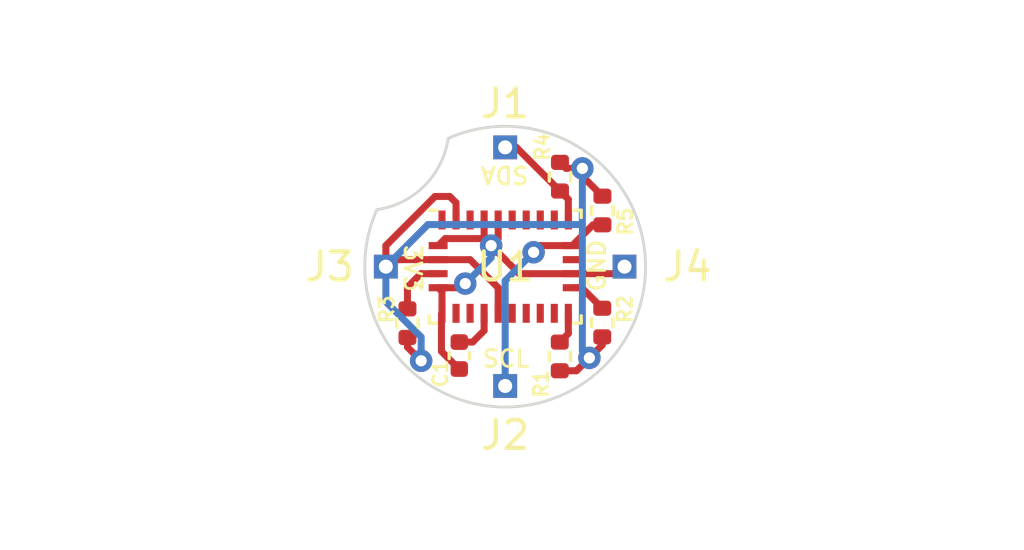
<source format=kicad_pcb>
(kicad_pcb (version 20221018) (generator pcbnew)
  (title_block (title "BNO085-I2C Interface Board") (date "2023-06-27") (comment 1 "Author: Toby Godfrey"))
  (layers (0 "F.Cu" signal) (31 "B.Cu" signal) (34 "B.Paste" user) (35 "F.Paste" user) (36 "B.SilkS" user "B.Silkscreen") (37 "F.SilkS" user "F.Silkscreen") (38 "B.Mask" user) (39 "F.Mask" user) (44 "Edge.Cuts" user))
  (net 0 "")
  (net 1 "Net-(U1-CAP)")
  (net 2 "GND")
  (net 3 "Net-(J1-Pin_1)")
  (net 4 "Net-(J2-Pin_1)")
  (net 5 "+3.3V")
  (net 6 "Net-(U1-ENV_SCL)")
  (net 7 "Net-(U1-ENV_SDA)")
  (net 8 "Net-(U1-BOOTN)")
  (footprint "Resistor_SMD:R_0402_1005Metric" (layer "F.Cu") (at 170.96343 95.5 -90)
    (fp_text reference "R5" (at 0.39736 -0.817575 90) (layer "F.SilkS") (effects (font (size 0.5 0.5) (thickness 0.1) bold)))
    (fp_text value "2.2k")
    (fp_line (start -0.153641 -0.38) (end 0.153641 -0.38) (stroke (width 0.12)) (layer "F.SilkS"))
    (fp_line (start -0.153641 0.38) (end 0.153641 0.38) (stroke (width 0.12)) (layer "F.SilkS"))
    (pad "1" smd roundrect (at -0.51 0 270) (size 0.54 0.64) (layers "F.Cu" "F.Paste" "F.Mask") (net 5 "+3.3V"))
    (pad "2" smd roundrect (at 0.51 0 270) (size 0.54 0.64) (layers "F.Cu" "F.Paste" "F.Mask") (net 4 "Net-(J2-Pin_1)"))
  )
  (footprint "Capacitor_SMD:C_0402_1005Metric" (layer "F.Cu") (at 165.866101 100.666347 -90)
    (fp_text reference "C1" (at 0.644883 0.67302 90) (layer "F.SilkS") (effects (font (size 0.5 0.5) (thickness 0.1) bold)))
    (fp_text value "0.1uF")
    (fp_line (start -0.107836 -0.36) (end 0.107836 -0.36) (stroke (width 0.12)) (layer "F.SilkS"))
    (fp_line (start -0.107836 0.36) (end 0.107836 0.36) (stroke (width 0.12)) (layer "F.SilkS"))
    (pad "1" smd roundrect (at -0.48 0 270) (size 0.56 0.62) (layers "F.Cu" "F.Paste" "F.Mask") (net 1 "Net-(U1-CAP)"))
    (pad "2" smd roundrect (at 0.48 0 270) (size 0.56 0.62) (layers "F.Cu" "F.Paste" "F.Mask") (net 2 "GND"))
  )
  (footprint "Resistor_SMD:R_0402_1005Metric" (layer "F.Cu") (at 170.95774 99.491381 -90)
    (fp_text reference "R2" (at -0.478341 -0.804456 90) (layer "F.SilkS") (effects (font (size 0.5 0.5) (thickness 0.1) bold)))
    (fp_text value "2.2k")
    (fp_line (start -0.153641 -0.38) (end 0.153641 -0.38) (stroke (width 0.12)) (layer "F.SilkS"))
    (fp_line (start -0.153641 0.38) (end 0.153641 0.38) (stroke (width 0.12)) (layer "F.SilkS"))
    (pad "1" smd roundrect (at -0.51 0 270) (size 0.54 0.64) (layers "F.Cu" "F.Paste" "F.Mask") (net 7 "Net-(U1-ENV_SDA)"))
    (pad "2" smd roundrect (at 0.51 0 270) (size 0.54 0.64) (layers "F.Cu" "F.Paste" "F.Mask") (net 5 "+3.3V"))
  )
  (footprint "Connector_PinHeader_1.00mm:PinHeader_1x01_P1.00mm_Vertical" (layer "F.Cu") (at 171.75 97.5)
    (fp_text reference "J4" (at 2.25 0) (layer "F.SilkS"))
    (fp_text value "Conn_01x01_Pin")
    (pad "1" thru_hole rect (at 0 0) (size 0.85 0.85) (drill 0.5) (layers "*.Cu" "*.Mask") (net 2 "GND"))
  )
  (footprint "Resistor_SMD:R_0402_1005Metric" (layer "F.Cu") (at 164.019054 99.512703 -90)
    (fp_text reference "R3" (at -0.494415 0.737816 90) (layer "F.SilkS") (effects (font (size 0.5 0.5) (thickness 0.1) bold)))
    (fp_text value "10k")
    (fp_line (start -0.153641 -0.38) (end 0.153641 -0.38) (stroke (width 0.12)) (layer "F.SilkS"))
    (fp_line (start -0.153641 0.38) (end 0.153641 0.38) (stroke (width 0.12)) (layer "F.SilkS"))
    (pad "1" smd roundrect (at -0.51 0 270) (size 0.54 0.64) (layers "F.Cu" "F.Paste" "F.Mask") (net 8 "Net-(U1-BOOTN)"))
    (pad "2" smd roundrect (at 0.51 0 270) (size 0.54 0.64) (layers "F.Cu" "F.Paste" "F.Mask") (net 5 "+3.3V"))
  )
  (footprint "Resistor_SMD:R_0402_1005Metric" (layer "F.Cu") (at 169.445121 100.697561 90)
    (fp_text reference "R1" (at -0.972582 -0.662902 90) (layer "F.SilkS") (effects (font (size 0.5 0.5) (thickness 0.1) bold)))
    (fp_text value "2.2k")
    (fp_line (start -0.153641 -0.38) (end 0.153641 -0.38) (stroke (width 0.12)) (layer "F.SilkS"))
    (fp_line (start -0.153641 0.38) (end 0.153641 0.38) (stroke (width 0.12)) (layer "F.SilkS"))
    (pad "1" smd roundrect (at -0.51 0 90) (size 0.54 0.64) (layers "F.Cu" "F.Paste" "F.Mask") (net 5 "+3.3V"))
    (pad "2" smd roundrect (at 0.51 0 90) (size 0.54 0.64) (layers "F.Cu" "F.Paste" "F.Mask") (net 6 "Net-(U1-ENV_SCL)"))
  )
  (footprint "Connector_PinHeader_1.00mm:PinHeader_1x01_P1.00mm_Vertical" (layer "F.Cu") (at 167.5 93.25)
    (fp_text reference "J1" (at 0 -1.56) (layer "F.SilkS"))
    (fp_text value "Conn_01x01_Pin")
    (pad "1" thru_hole rect (at 0 0) (size 0.85 0.85) (drill 0.5) (layers "*.Cu" "*.Mask") (net 3 "Net-(J1-Pin_1)"))
  )
  (footprint "Package_LGA:LGA-28_5.2x3.8mm_P0.5mm" (layer "F.Cu") (at 167.5 97.5)
    (fp_text reference "U1" (at 0 0) (layer "F.SilkS"))
    (fp_text value "~")
    (fp_line (start -2.71 -2.01) (end -2.45 -2.01) (stroke (width 0.12)) (layer "F.SilkS"))
    (fp_line (start -2.71 2.01) (end -2.71 1.75) (stroke (width 0.12)) (layer "F.SilkS"))
    (fp_line (start -2.71 2.01) (end -2.45 2.01) (stroke (width 0.12)) (layer "F.SilkS"))
    (fp_line (start 2.71 -2.01) (end 2.45 -2.01) (stroke (width 0.12)) (layer "F.SilkS"))
    (fp_line (start 2.71 -2.01) (end 2.71 -1.75) (stroke (width 0.12)) (layer "F.SilkS"))
    (fp_line (start 2.71 2.01) (end 2.45 2.01) (stroke (width 0.12)) (layer "F.SilkS"))
    (fp_line (start 2.71 2.01) (end 2.71 1.75) (stroke (width 0.12)) (layer "F.SilkS"))
    (pad "1" smd rect (at -2.25 -1.6625) (size 0.254 0.675) (layers "F.Cu" "F.Paste" "F.Mask"))
    (pad "2" smd rect (at -2.3875 -0.75 90) (size 0.254 0.675) (layers "F.Cu" "F.Paste" "F.Mask") (net 2 "GND"))
    (pad "3" smd rect (at -2.3875 -0.25 90) (size 0.254 0.675) (layers "F.Cu" "F.Paste" "F.Mask") (net 5 "+3.3V"))
    (pad "4" smd rect (at -2.3875 0.25 90) (size 0.254 0.675) (layers "F.Cu" "F.Paste" "F.Mask") (net 8 "Net-(U1-BOOTN)"))
    (pad "5" smd rect (at -2.3875 0.75 90) (size 0.254 0.675) (layers "F.Cu" "F.Paste" "F.Mask") (net 2 "GND"))
    (pad "6" smd rect (at -2.25 1.6625) (size 0.254 0.675) (layers "F.Cu" "F.Paste" "F.Mask") (net 2 "GND"))
    (pad "7" smd rect (at -1.75 1.6625) (size 0.254 0.675) (layers "F.Cu" "F.Paste" "F.Mask"))
    (pad "8" smd rect (at -1.25 1.6625) (size 0.254 0.675) (layers "F.Cu" "F.Paste" "F.Mask"))
    (pad "9" smd rect (at -0.75 1.6625) (size 0.254 0.675) (layers "F.Cu" "F.Paste" "F.Mask") (net 1 "Net-(U1-CAP)"))
    (pad "10" smd rect (at -0.25 1.6625) (size 0.254 0.675) (layers "F.Cu" "F.Paste" "F.Mask") (net 5 "+3.3V"))
    (pad "11" smd rect (at 0.25 1.6625) (size 0.254 0.675) (layers "F.Cu" "F.Paste" "F.Mask"))
    (pad "12" smd rect (at 0.75 1.6625) (size 0.254 0.675) (layers "F.Cu" "F.Paste" "F.Mask"))
    (pad "13" smd rect (at 1.25 1.6625) (size 0.254 0.675) (layers "F.Cu" "F.Paste" "F.Mask"))
    (pad "14" smd rect (at 1.75 1.6625) (size 0.254 0.675) (layers "F.Cu" "F.Paste" "F.Mask"))
    (pad "15" smd rect (at 2.25 1.6625) (size 0.254 0.675) (layers "F.Cu" "F.Paste" "F.Mask") (net 6 "Net-(U1-ENV_SCL)"))
    (pad "16" smd rect (at 2.3875 0.75 90) (size 0.254 0.675) (layers "F.Cu" "F.Paste" "F.Mask") (net 7 "Net-(U1-ENV_SDA)"))
    (pad "17" smd rect (at 2.3875 0.25 90) (size 0.254 0.675) (layers "F.Cu" "F.Paste" "F.Mask") (net 2 "GND"))
    (pad "18" smd rect (at 2.3875 -0.25 90) (size 0.254 0.675) (layers "F.Cu" "F.Paste" "F.Mask"))
    (pad "19" smd rect (at 2.3875 -0.75 90) (size 0.254 0.675) (layers "F.Cu" "F.Paste" "F.Mask") (net 4 "Net-(J2-Pin_1)"))
    (pad "20" smd rect (at 2.25 -1.6625) (size 0.254 0.675) (layers "F.Cu" "F.Paste" "F.Mask") (net 3 "Net-(J1-Pin_1)"))
    (pad "21" smd rect (at 1.75 -1.6625) (size 0.254 0.675) (layers "F.Cu" "F.Paste" "F.Mask"))
    (pad "22" smd rect (at 1.25 -1.6625) (size 0.254 0.675) (layers "F.Cu" "F.Paste" "F.Mask"))
    (pad "23" smd rect (at 0.75 -1.6625) (size 0.254 0.675) (layers "F.Cu" "F.Paste" "F.Mask"))
    (pad "24" smd rect (at 0.25 -1.6625) (size 0.254 0.675) (layers "F.Cu" "F.Paste" "F.Mask"))
    (pad "25" smd rect (at -0.25 -1.6625) (size 0.254 0.675) (layers "F.Cu" "F.Paste" "F.Mask") (net 2 "GND"))
    (pad "26" smd rect (at -0.75 -1.6625) (size 0.254 0.675) (layers "F.Cu" "F.Paste" "F.Mask") (net 2 "GND"))
    (pad "27" smd rect (at -1.25 -1.6625) (size 0.254 0.675) (layers "F.Cu" "F.Paste" "F.Mask"))
    (pad "28" smd rect (at -1.75 -1.6625) (size 0.254 0.675) (layers "F.Cu" "F.Paste" "F.Mask") (net 5 "+3.3V"))
  )
  (footprint "Connector_PinHeader_1.00mm:PinHeader_1x01_P1.00mm_Vertical" (layer "F.Cu") (at 167.5 101.75)
    (fp_text reference "J2" (at 0 1.75) (layer "F.SilkS"))
    (fp_text value "Conn_01x01_Pin")
    (pad "1" thru_hole rect (at 0 0) (size 0.85 0.85) (drill 0.5) (layers "*.Cu" "*.Mask") (net 4 "Net-(J2-Pin_1)"))
  )
  (footprint "Resistor_SMD:R_0402_1005Metric" (layer "F.Cu") (at 169.452362 94.296026 90)
    (fp_text reference "R4" (at 1.060003 -0.62487 90) (layer "F.SilkS") (effects (font (size 0.5 0.5) (thickness 0.1) bold)))
    (fp_text value "2.2k")
    (fp_line (start -0.153641 -0.38) (end 0.153641 -0.38) (stroke (width 0.12)) (layer "F.SilkS"))
    (fp_line (start -0.153641 0.38) (end 0.153641 0.38) (stroke (width 0.12)) (layer "F.SilkS"))
    (pad "1" smd roundrect (at -0.51 0 90) (size 0.54 0.64) (layers "F.Cu" "F.Paste" "F.Mask") (net 3 "Net-(J1-Pin_1)"))
    (pad "2" smd roundrect (at 0.51 0 90) (size 0.54 0.64) (layers "F.Cu" "F.Paste" "F.Mask") (net 5 "+3.3V"))
  )
  (footprint "Connector_PinHeader_1.00mm:PinHeader_1x01_P1.00mm_Vertical" (layer "F.Cu") (at 163.25 97.5)
    (fp_text reference "J3" (at -2 0) (layer "F.SilkS"))
    (fp_text value "Conn_01x01_Pin")
    (pad "1" thru_hole rect (at 0 0) (size 0.85 0.85) (drill 0.5) (layers "*.Cu" "*.Mask") (net 5 "+3.3V"))
  )
  (gr_arc (start 165.469307 92.930942) (mid 164.621614 94.621614) (end 162.930942 95.469307) (stroke (width 0.1)) (layer "Edge.Cuts"))
  (gr_arc (start 167.5 92.5) (mid 170.224568 101.692461) (end 162.930942 95.469308) (stroke (width 0.1)) (layer "Edge.Cuts"))
  (gr_arc (start 165.469308 92.930942) (mid 166.462043 92.608922) (end 167.5 92.5) (stroke (width 0.1)) (layer "Edge.Cuts"))
  (gr_text "3V3" (at 163.853651 96.667677 270) (layer "F.SilkS") (effects (font (size 0.6 0.6) (thickness 0.1) bold) (justify left bottom)))
  (gr_text "SCL" (at 166.635624 101.131098) (layer "F.SilkS") (effects (font (size 0.6 0.6) (thickness 0.1) bold) (justify left bottom)))
  (gr_text "GND" (at 171.120426 98.440549 90) (layer "F.SilkS") (effects (font (size 0.6 0.6) (thickness 0.1) bold) (justify left bottom)))
  (gr_text "SDA" (at 168.39024 93.878032 180) (layer "F.SilkS") (effects (font (size 0.6 0.6) (thickness 0.1) bold) (justify left bottom)))
  (segment (start 165.866101 100.186347) (end 166.340653 100.186347) (width 0.25) (layer "F.Cu") (net 1))
  (segment (start 166.340653 100.186347) (end 166.75 99.777) (width 0.25) (layer "F.Cu") (net 1))
  (segment (start 166.75 99.777) (end 166.75 99.1625) (width 0.25) (layer "F.Cu") (net 1))
  (segment (start 165.1125 96.75) (end 165.3625 96.5) (width 0.25) (layer "F.Cu") (net 2))
  (segment (start 165.866101 101.146347) (end 165.858492 101.146347) (width 0.25) (layer "F.Cu") (net 2))
  (segment (start 165.858492 101.146347) (end 165.231101 100.518956) (width 0.25) (layer "F.Cu") (net 2))
  (segment (start 171.75 97.5) (end 171.5 97.75) (width 0.25) (layer "F.Cu") (net 2))
  (segment (start 165.231101 100.518956) (end 165.231101 99.181399) (width 0.25) (layer "F.Cu") (net 2))
  (segment (start 165.3625 96.5) (end 166.75 96.5) (width 0.25) (layer "F.Cu") (net 2))
  (segment (start 167.25 95.8375) (end 167.25 96.5) (width 0.25) (layer "F.Cu") (net 2))
  (segment (start 165.25 98.3875) (end 165.1125 98.25) (width 0.25) (layer "F.Cu") (net 2))
  (segment (start 166.078453 98.103052) (end 165.931505 98.25) (width 0.25) (layer "F.Cu") (net 2))
  (segment (start 167.25 96.5) (end 167 96.75) (width 0.25) (layer "F.Cu") (net 2))
  (segment (start 165.25 99.1625) (end 165.25 98.3875) (width 0.25) (layer "F.Cu") (net 2))
  (segment (start 165.931505 98.25) (end 165.1125 98.25) (width 0.25) (layer "F.Cu") (net 2))
  (segment (start 166.75 95.8375) (end 166.75 96.5) (width 0.25) (layer "F.Cu") (net 2))
  (segment (start 168 97.75) (end 167 96.75) (width 0.25) (layer "F.Cu") (net 2))
  (segment (start 165.231101 99.181399) (end 165.25 99.1625) (width 0.25) (layer "F.Cu") (net 2))
  (segment (start 169.8875 97.75) (end 168 97.75) (width 0.25) (layer "F.Cu") (net 2))
  (segment (start 166.75 96.5) (end 167 96.75) (width 0.25) (layer "F.Cu") (net 2))
  (segment (start 171.5 97.75) (end 169.8875 97.75) (width 0.25) (layer "F.Cu") (net 2))
  (via (at 166.078453 98.103052) (size 0.8) (drill 0.4) (layers "F.Cu" "B.Cu") (net 2))
  (via (at 167 96.75) (size 0.8) (drill 0.4) (layers "F.Cu" "B.Cu") (net 2))
  (segment (start 166.078453 98.103052) (end 167 97.181505) (width 0.25) (layer "B.Cu") (net 2))
  (segment (start 167 97.181505) (end 167 96.75) (width 0.25) (layer "B.Cu") (net 2))
  (segment (start 169.452362 94.806026) (end 169.75 95.103664) (width 0.25) (layer "F.Cu") (net 3))
  (segment (start 167.896336 93.25) (end 167.5 93.25) (width 0.25) (layer "F.Cu") (net 3))
  (segment (start 169.452362 94.806026) (end 167.896336 93.25) (width 0.25) (layer "F.Cu") (net 3))
  (segment (start 169.75 95.103664) (end 169.75 95.8375) (width 0.25) (layer "F.Cu") (net 3))
  (segment (start 168.512299 96.987701) (end 168.75 96.75) (width 0.25) (layer "F.Cu") (net 4))
  (segment (start 168.75 96.75) (end 169.8875 96.75) (width 0.25) (layer "F.Cu") (net 4))
  (segment (start 170.96343 96.01) (end 170.6275 96.01) (width 0.25) (layer "F.Cu") (net 4))
  (segment (start 170.6275 96.01) (end 169.8875 96.75) (width 0.25) (layer "F.Cu") (net 4))
  (via (at 168.512299 96.987701) (size 0.8) (drill 0.4) (layers "F.Cu" "B.Cu") (net 4))
  (segment (start 167.5 98) (end 168.512299 96.987701) (width 0.25) (layer "B.Cu") (net 4))
  (segment (start 167.5 101.75) (end 167.5 98) (width 0.25) (layer "B.Cu") (net 4))
  (segment (start 170.042439 101.207561) (end 170.5 100.75) (width 0.25) (layer "F.Cu") (net 5))
  (segment (start 165.75 95.223) (end 165.75 95.8375) (width 0.25) (layer "F.Cu") (net 5))
  (segment (start 170.95774 100.29226) (end 170.5 100.75) (width 0.25) (layer "F.Cu") (net 5))
  (segment (start 170.25 94.27657) (end 170.96343 94.99) (width 0.25) (layer "F.Cu") (net 5))
  (segment (start 164.506858 100.853405) (end 164.019054 100.365601) (width 0.25) (layer "F.Cu") (net 5))
  (segment (start 167.25 98.25) (end 167.25 99.1625) (width 0.25) (layer "F.Cu") (net 5))
  (segment (start 165 95) (end 165.527 95) (width 0.25) (layer "F.Cu") (net 5))
  (segment (start 164.019054 100.365601) (end 164.019054 100.022703) (width 0.25) (layer "F.Cu") (net 5))
  (segment (start 169.445121 101.207561) (end 170.042439 101.207561) (width 0.25) (layer "F.Cu") (net 5))
  (segment (start 163.25 96.75) (end 165 95) (width 0.25) (layer "F.Cu") (net 5))
  (segment (start 163.5 97.25) (end 165.1125 97.25) (width 0.25) (layer "F.Cu") (net 5))
  (segment (start 170.25 94) (end 169.666336 94) (width 0.25) (layer "F.Cu") (net 5))
  (segment (start 170.95774 100.001381) (end 170.95774 100.29226) (width 0.25) (layer "F.Cu") (net 5))
  (segment (start 165.1125 97.25) (end 166.25 97.25) (width 0.25) (layer "F.Cu") (net 5))
  (segment (start 163.25 97.5) (end 163.25 96.75) (width 0.25) (layer "F.Cu") (net 5))
  (segment (start 163.25 97.5) (end 163.5 97.25) (width 0.25) (layer "F.Cu") (net 5))
  (segment (start 169.666336 94) (end 169.452362 93.786026) (width 0.25) (layer "F.Cu") (net 5))
  (segment (start 170.25 94) (end 170.25 94.27657) (width 0.25) (layer "F.Cu") (net 5))
  (segment (start 166.25 97.25) (end 167.25 98.25) (width 0.25) (layer "F.Cu") (net 5))
  (segment (start 165.527 95) (end 165.75 95.223) (width 0.25) (layer "F.Cu") (net 5))
  (via (at 170.5 100.75) (size 0.8) (drill 0.4) (layers "F.Cu" "B.Cu") (net 5))
  (via (at 170.25 94) (size 0.8) (drill 0.4) (layers "F.Cu" "B.Cu") (net 5))
  (via (at 164.506858 100.853405) (size 0.8) (drill 0.4) (layers "F.Cu" "B.Cu") (net 5))
  (segment (start 164.75 96) (end 163.25 97.5) (width 0.25) (layer "B.Cu") (net 5))
  (segment (start 170.25 96) (end 164.75 96) (width 0.25) (layer "B.Cu") (net 5))
  (segment (start 170.25 94) (end 170.25 96) (width 0.25) (layer "B.Cu") (net 5))
  (segment (start 163.25 98.75) (end 164.506858 100.006858) (width 0.25) (layer "B.Cu") (net 5))
  (segment (start 170.25 96) (end 170.25 100.5) (width 0.25) (layer "B.Cu") (net 5))
  (segment (start 163.25 97.5) (end 163.25 98.75) (width 0.25) (layer "B.Cu") (net 5))
  (segment (start 170.25 100.5) (end 170.5 100.75) (width 0.25) (layer "B.Cu") (net 5))
  (segment (start 164.506858 100.006858) (end 164.506858 100.853405) (width 0.25) (layer "B.Cu") (net 5))
  (segment (start 169.75 99.882682) (end 169.75 99.1625) (width 0.25) (layer "F.Cu") (net 6))
  (segment (start 169.445121 100.187561) (end 169.75 99.882682) (width 0.25) (layer "F.Cu") (net 6))
  (segment (start 170.226359 98.25) (end 170.95774 98.981381) (width 0.25) (layer "F.Cu") (net 7))
  (segment (start 169.8875 98.25) (end 170.226359 98.25) (width 0.25) (layer "F.Cu") (net 7))
  (segment (start 164.019054 98.228946) (end 164.498 97.75) (width 0.25) (layer "F.Cu") (net 8))
  (segment (start 164.019054 99.002703) (end 164.019054 98.228946) (width 0.25) (layer "F.Cu") (net 8))
  (segment (start 164.498 97.75) (end 165.1125 97.75) (width 0.25) (layer "F.Cu") (net 8))
)
</source>
